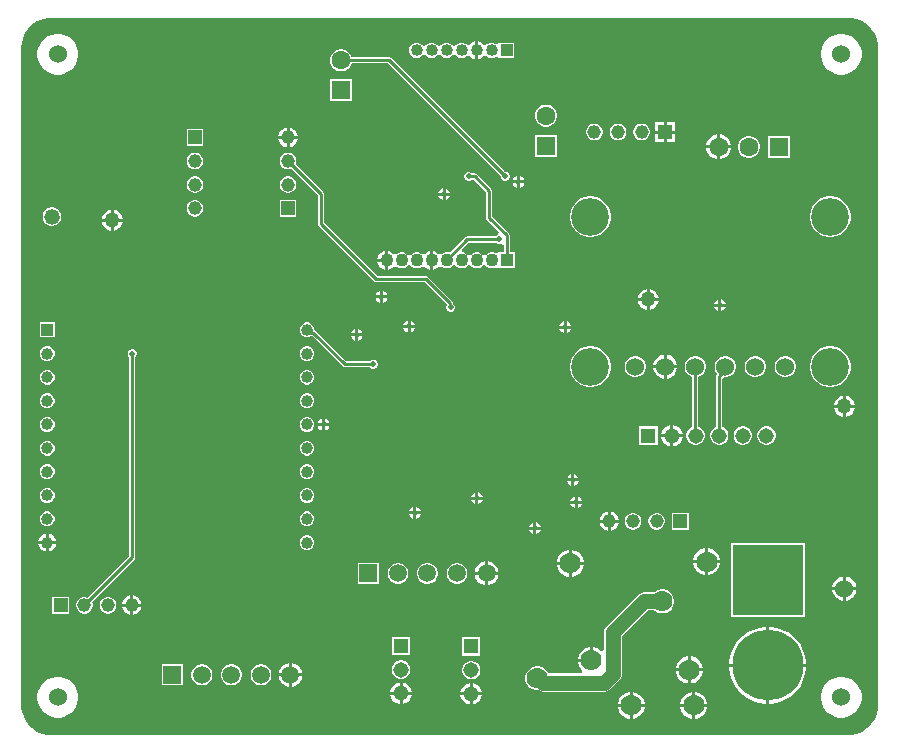
<source format=gbl>
G04*
G04 #@! TF.GenerationSoftware,Altium Limited,Altium Designer,25.8.1 (18)*
G04*
G04 Layer_Physical_Order=2*
G04 Layer_Color=16711680*
%FSLAX25Y25*%
%MOIN*%
G70*
G04*
G04 #@! TF.SameCoordinates,CEE5F6FD-B113-487D-9DF9-78F472C9FAAA*
G04*
G04*
G04 #@! TF.FilePolarity,Positive*
G04*
G01*
G75*
%ADD12C,0.01000*%
%ADD34R,0.04528X0.04528*%
%ADD67C,0.06000*%
%ADD76C,0.05000*%
%ADD79C,0.04528*%
%ADD80R,0.04528X0.04528*%
%ADD81R,0.06319X0.06319*%
%ADD82C,0.06319*%
%ADD83R,0.23622X0.23622*%
%ADD84C,0.06024*%
%ADD85R,0.05937X0.05937*%
%ADD86R,0.03976X0.03976*%
%ADD87R,0.05150X0.05150*%
%ADD88C,0.03976*%
%ADD89R,0.03969X0.03969*%
%ADD90C,0.05150*%
%ADD91C,0.23622*%
%ADD92C,0.04281*%
%ADD93C,0.05937*%
%ADD94C,0.03969*%
%ADD95R,0.05150X0.05150*%
%ADD96C,0.05200*%
%ADD97R,0.04281X0.04281*%
%ADD98R,0.06319X0.06319*%
%ADD99C,0.12598*%
%ADD100C,0.02000*%
%ADD101C,0.05000*%
%ADD102C,0.07000*%
G36*
X275590Y238740D02*
X276575D01*
X278507Y238356D01*
X280327Y237602D01*
X281965Y236508D01*
X283358Y235115D01*
X284452Y233477D01*
X285206Y231657D01*
X285591Y229725D01*
Y228740D01*
X285591D01*
X285591Y9606D01*
X285591D01*
X285591Y9213D01*
X285515Y8244D01*
X285206Y6689D01*
X284452Y4870D01*
X283358Y3232D01*
X281965Y1839D01*
X280327Y744D01*
X278507Y-9D01*
X276575Y-394D01*
X275590D01*
Y-394D01*
X10079Y-394D01*
X9094Y-394D01*
X7162Y-9D01*
X5342Y744D01*
X3704Y1839D01*
X2311Y3232D01*
X1217Y4870D01*
X463Y6689D01*
X79Y8621D01*
Y9606D01*
X79Y228740D01*
X79D01*
X79Y229134D01*
X154Y230103D01*
X463Y231657D01*
X1217Y233477D01*
X2311Y235115D01*
X3704Y236508D01*
X5342Y237602D01*
X7162Y238356D01*
X9094Y238740D01*
X10079D01*
Y238740D01*
X275590Y238740D01*
D02*
G37*
%LPC*%
G36*
X151311Y230834D02*
X150658Y230659D01*
X149976Y230265D01*
X149611Y229900D01*
X149400Y229712D01*
X148349Y229855D01*
X148221Y229983D01*
X147306Y230362D01*
X146316D01*
X145402Y229983D01*
X144915Y229496D01*
X144311Y229367D01*
X143708Y229496D01*
X143220Y229983D01*
X142306Y230362D01*
X141316D01*
X140402Y229983D01*
X139915Y229496D01*
X139311Y229367D01*
X138707Y229496D01*
X138221Y229983D01*
X137306Y230362D01*
X136316D01*
X135402Y229983D01*
X134915Y229496D01*
X134311Y229367D01*
X133707Y229496D01*
X133221Y229983D01*
X132306Y230362D01*
X131316D01*
X130402Y229983D01*
X129702Y229283D01*
X129323Y228369D01*
Y227379D01*
X129702Y226465D01*
X130402Y225765D01*
X131316Y225386D01*
X132306D01*
X133221Y225765D01*
X133707Y226252D01*
X134311Y226381D01*
X134915Y226252D01*
X135402Y225765D01*
X136316Y225386D01*
X137306D01*
X138221Y225765D01*
X138707Y226252D01*
X139311Y226381D01*
X139915Y226252D01*
X140402Y225765D01*
X141316Y225386D01*
X142306D01*
X143220Y225765D01*
X143708Y226252D01*
X144311Y226381D01*
X144915Y226252D01*
X145402Y225765D01*
X146316Y225386D01*
X147306D01*
X148221Y225765D01*
X148349Y225893D01*
X149400Y226037D01*
X149611Y225848D01*
X149976Y225483D01*
X150658Y225090D01*
X151311Y224914D01*
Y227874D01*
Y230834D01*
D02*
G37*
G36*
X152311Y230834D02*
Y227874D01*
Y224914D01*
X152964Y225090D01*
X153646Y225483D01*
X154011Y225848D01*
X154222Y226037D01*
X155273Y225893D01*
X155402Y225765D01*
X156316Y225386D01*
X157306D01*
X158221Y225765D01*
X158323Y225867D01*
X159323Y225453D01*
Y225386D01*
X164299D01*
Y230362D01*
X159323D01*
Y230295D01*
X158323Y229881D01*
X158221Y229983D01*
X157306Y230362D01*
X156316D01*
X155402Y229983D01*
X155273Y229855D01*
X154222Y229712D01*
X154011Y229900D01*
X153646Y230265D01*
X152964Y230659D01*
X152311Y230834D01*
D02*
G37*
G36*
X274056Y233335D02*
X272716D01*
X271403Y233073D01*
X270165Y232561D01*
X269052Y231817D01*
X268105Y230870D01*
X267360Y229756D01*
X266848Y228519D01*
X266587Y227205D01*
Y225866D01*
X266848Y224552D01*
X267360Y223315D01*
X268105Y222201D01*
X269052Y221254D01*
X270165Y220510D01*
X271403Y219998D01*
X272716Y219736D01*
X274056D01*
X275369Y219998D01*
X276606Y220510D01*
X277720Y221254D01*
X278667Y222201D01*
X279411Y223315D01*
X279924Y224552D01*
X280185Y225866D01*
Y227205D01*
X279924Y228519D01*
X279411Y229756D01*
X278667Y230870D01*
X277720Y231817D01*
X276606Y232561D01*
X275369Y233073D01*
X274056Y233335D01*
D02*
G37*
G36*
X12874D02*
X11535D01*
X10221Y233073D01*
X8984Y232561D01*
X7870Y231817D01*
X6923Y230870D01*
X6179Y229756D01*
X5667Y228519D01*
X5406Y227205D01*
Y225866D01*
X5667Y224552D01*
X6179Y223315D01*
X6923Y222201D01*
X7870Y221254D01*
X8984Y220510D01*
X10221Y219998D01*
X11535Y219736D01*
X12874D01*
X14188Y219998D01*
X15425Y220510D01*
X16539Y221254D01*
X17486Y222201D01*
X18230Y223315D01*
X18743Y224552D01*
X19004Y225866D01*
Y227205D01*
X18743Y228519D01*
X18230Y229756D01*
X17486Y230870D01*
X16539Y231817D01*
X15425Y232561D01*
X14188Y233073D01*
X12874Y233335D01*
D02*
G37*
G36*
X110259Y218160D02*
X102941D01*
Y210841D01*
X110259D01*
Y218160D01*
D02*
G37*
G36*
X175482Y209759D02*
X174518D01*
X173588Y209510D01*
X172753Y209028D01*
X172072Y208347D01*
X171590Y207512D01*
X171341Y206582D01*
Y205618D01*
X171590Y204688D01*
X172072Y203853D01*
X172753Y203172D01*
X173588Y202690D01*
X174518Y202441D01*
X175482D01*
X176412Y202690D01*
X177247Y203172D01*
X177928Y203853D01*
X178410Y204688D01*
X178659Y205618D01*
Y206582D01*
X178410Y207512D01*
X177928Y208347D01*
X177247Y209028D01*
X176412Y209510D01*
X175482Y209759D01*
D02*
G37*
G36*
X217938Y203864D02*
X215174D01*
Y201100D01*
X217938D01*
Y203864D01*
D02*
G37*
G36*
X214174D02*
X211410D01*
Y201100D01*
X214174D01*
Y203864D01*
D02*
G37*
G36*
X89476Y202064D02*
Y199319D01*
X92221D01*
X92018Y200079D01*
X91588Y200823D01*
X90980Y201431D01*
X90236Y201860D01*
X89476Y202064D01*
D02*
G37*
G36*
X88476D02*
X87717Y201860D01*
X86972Y201431D01*
X86365Y200823D01*
X85935Y200079D01*
X85731Y199319D01*
X88476D01*
Y202064D01*
D02*
G37*
G36*
X207164Y203364D02*
X206436D01*
X205733Y203175D01*
X205103Y202812D01*
X204588Y202297D01*
X204225Y201667D01*
X204036Y200964D01*
Y200236D01*
X204225Y199533D01*
X204588Y198903D01*
X205103Y198388D01*
X205733Y198025D01*
X206436Y197836D01*
X207164D01*
X207867Y198025D01*
X208497Y198388D01*
X209012Y198903D01*
X209375Y199533D01*
X209564Y200236D01*
Y200964D01*
X209375Y201667D01*
X209012Y202297D01*
X208497Y202812D01*
X207867Y203175D01*
X207164Y203364D01*
D02*
G37*
G36*
X199290D02*
X198562D01*
X197859Y203175D01*
X197229Y202812D01*
X196714Y202297D01*
X196351Y201667D01*
X196162Y200964D01*
Y200236D01*
X196351Y199533D01*
X196714Y198903D01*
X197229Y198388D01*
X197859Y198025D01*
X198562Y197836D01*
X199290D01*
X199993Y198025D01*
X200623Y198388D01*
X201138Y198903D01*
X201501Y199533D01*
X201690Y200236D01*
Y200964D01*
X201501Y201667D01*
X201138Y202297D01*
X200623Y202812D01*
X199993Y203175D01*
X199290Y203364D01*
D02*
G37*
G36*
X191416D02*
X190688D01*
X189985Y203175D01*
X189355Y202812D01*
X188840Y202297D01*
X188477Y201667D01*
X188288Y200964D01*
Y200236D01*
X188477Y199533D01*
X188840Y198903D01*
X189355Y198388D01*
X189985Y198025D01*
X190688Y197836D01*
X191416D01*
X192119Y198025D01*
X192749Y198388D01*
X193264Y198903D01*
X193627Y199533D01*
X193816Y200236D01*
Y200964D01*
X193627Y201667D01*
X193264Y202297D01*
X192749Y202812D01*
X192119Y203175D01*
X191416Y203364D01*
D02*
G37*
G36*
X217938Y200100D02*
X215174D01*
Y197336D01*
X217938D01*
Y200100D01*
D02*
G37*
G36*
X214174D02*
X211410D01*
Y197336D01*
X214174D01*
Y200100D01*
D02*
G37*
G36*
X233067Y199829D02*
X233020D01*
Y196169D01*
X236679D01*
Y196217D01*
X236396Y197275D01*
X235848Y198223D01*
X235074Y198998D01*
X234125Y199545D01*
X233067Y199829D01*
D02*
G37*
G36*
X232020D02*
X231972D01*
X230914Y199545D01*
X229966Y198998D01*
X229191Y198223D01*
X228644Y197275D01*
X228360Y196217D01*
Y196169D01*
X232020D01*
Y199829D01*
D02*
G37*
G36*
X60638Y201583D02*
X55110D01*
Y196055D01*
X60638D01*
Y201583D01*
D02*
G37*
G36*
X92221Y198319D02*
X89476D01*
Y195574D01*
X90236Y195777D01*
X90980Y196207D01*
X91588Y196815D01*
X92018Y197559D01*
X92221Y198319D01*
D02*
G37*
G36*
X88476D02*
X85731D01*
X85935Y197559D01*
X86365Y196815D01*
X86972Y196207D01*
X87717Y195777D01*
X88476Y195574D01*
Y198319D01*
D02*
G37*
G36*
X178659Y199759D02*
X171341D01*
Y192441D01*
X178659D01*
Y199759D01*
D02*
G37*
G36*
X256179Y199329D02*
X248860D01*
Y192010D01*
X256179D01*
Y199329D01*
D02*
G37*
G36*
X243002D02*
X242038D01*
X241107Y199079D01*
X240273Y198598D01*
X239591Y197916D01*
X239110Y197082D01*
X238860Y196151D01*
Y195187D01*
X239110Y194257D01*
X239591Y193422D01*
X240273Y192741D01*
X241107Y192259D01*
X242038Y192010D01*
X243002D01*
X243932Y192259D01*
X244767Y192741D01*
X245448Y193422D01*
X245930Y194257D01*
X246179Y195187D01*
Y196151D01*
X245930Y197082D01*
X245448Y197916D01*
X244767Y198598D01*
X243932Y199079D01*
X243002Y199329D01*
D02*
G37*
G36*
X236679Y195169D02*
X233020D01*
Y191510D01*
X233067D01*
X234125Y191793D01*
X235074Y192341D01*
X235848Y193115D01*
X236396Y194064D01*
X236679Y195122D01*
Y195169D01*
D02*
G37*
G36*
X232020D02*
X228360D01*
Y195122D01*
X228644Y194064D01*
X229191Y193115D01*
X229966Y192341D01*
X230914Y191793D01*
X231972Y191510D01*
X232020D01*
Y195169D01*
D02*
G37*
G36*
X58238Y193709D02*
X57510D01*
X56807Y193520D01*
X56177Y193157D01*
X55662Y192642D01*
X55299Y192012D01*
X55110Y191309D01*
Y190581D01*
X55299Y189878D01*
X55662Y189248D01*
X56177Y188733D01*
X56807Y188370D01*
X57510Y188181D01*
X58238D01*
X58941Y188370D01*
X59571Y188733D01*
X60086Y189248D01*
X60449Y189878D01*
X60638Y190581D01*
Y191309D01*
X60449Y192012D01*
X60086Y192642D01*
X59571Y193157D01*
X58941Y193520D01*
X58238Y193709D01*
D02*
G37*
G36*
X166272Y186013D02*
Y184555D01*
X167729D01*
X167467Y185188D01*
X166905Y185751D01*
X166272Y186013D01*
D02*
G37*
G36*
X165272D02*
X164639Y185751D01*
X164076Y185188D01*
X163814Y184555D01*
X165272D01*
Y186013D01*
D02*
G37*
G36*
X107082Y228159D02*
X106118D01*
X105187Y227910D01*
X104353Y227428D01*
X103672Y226747D01*
X103190Y225912D01*
X102941Y224982D01*
Y224018D01*
X103190Y223088D01*
X103672Y222253D01*
X104353Y221572D01*
X105187Y221090D01*
X106118Y220841D01*
X107082D01*
X108012Y221090D01*
X108847Y221572D01*
X109528Y222253D01*
X110010Y223088D01*
X110115Y223480D01*
X122317D01*
X159813Y185985D01*
Y185628D01*
X160041Y185077D01*
X160463Y184655D01*
X161014Y184427D01*
X161611D01*
X162162Y184655D01*
X162584Y185077D01*
X162813Y185628D01*
Y186225D01*
X162584Y186776D01*
X162162Y187198D01*
X161611Y187427D01*
X161255D01*
X123460Y225221D01*
X123129Y225442D01*
X122739Y225520D01*
X110115D01*
X110010Y225912D01*
X109528Y226747D01*
X108847Y227428D01*
X108012Y227910D01*
X107082Y228159D01*
D02*
G37*
G36*
X167729Y183555D02*
X166272D01*
Y182097D01*
X166905Y182360D01*
X167467Y182922D01*
X167729Y183555D01*
D02*
G37*
G36*
X165272D02*
X163814D01*
X164076Y182922D01*
X164639Y182360D01*
X165272Y182097D01*
Y183555D01*
D02*
G37*
G36*
X141445Y181879D02*
Y180421D01*
X142903D01*
X142640Y181054D01*
X142078Y181617D01*
X141445Y181879D01*
D02*
G37*
G36*
X140445D02*
X139812Y181617D01*
X139249Y181054D01*
X138987Y180421D01*
X140445D01*
Y181879D01*
D02*
G37*
G36*
X89340Y185835D02*
X88613D01*
X87910Y185646D01*
X87279Y185282D01*
X86765Y184768D01*
X86401Y184138D01*
X86213Y183435D01*
Y182707D01*
X86401Y182004D01*
X86765Y181374D01*
X87279Y180859D01*
X87910Y180495D01*
X88613Y180307D01*
X89340D01*
X90043Y180495D01*
X90673Y180859D01*
X91188Y181374D01*
X91552Y182004D01*
X91740Y182707D01*
Y183435D01*
X91552Y184138D01*
X91188Y184768D01*
X90673Y185282D01*
X90043Y185646D01*
X89340Y185835D01*
D02*
G37*
G36*
X58238Y185835D02*
X57510D01*
X56807Y185646D01*
X56177Y185282D01*
X55662Y184768D01*
X55299Y184138D01*
X55110Y183435D01*
Y182707D01*
X55299Y182004D01*
X55662Y181374D01*
X56177Y180859D01*
X56807Y180495D01*
X57510Y180307D01*
X58238D01*
X58941Y180495D01*
X59571Y180859D01*
X60086Y181374D01*
X60449Y182004D01*
X60638Y182707D01*
Y183435D01*
X60449Y184138D01*
X60086Y184768D01*
X59571Y185282D01*
X58941Y185646D01*
X58238Y185835D01*
D02*
G37*
G36*
X142903Y179421D02*
X141445D01*
Y177964D01*
X142078Y178226D01*
X142640Y178788D01*
X142903Y179421D01*
D02*
G37*
G36*
X140445D02*
X138987D01*
X139249Y178788D01*
X139812Y178226D01*
X140445Y177964D01*
Y179421D01*
D02*
G37*
G36*
X91740Y177961D02*
X86213D01*
Y172433D01*
X91740D01*
Y177961D01*
D02*
G37*
G36*
X58238Y177961D02*
X57510D01*
X56807Y177772D01*
X56177Y177408D01*
X55662Y176894D01*
X55299Y176264D01*
X55110Y175561D01*
Y174833D01*
X55299Y174130D01*
X55662Y173500D01*
X56177Y172985D01*
X56807Y172621D01*
X57510Y172433D01*
X58238D01*
X58941Y172621D01*
X59571Y172985D01*
X60086Y173500D01*
X60449Y174130D01*
X60638Y174833D01*
Y175561D01*
X60449Y176264D01*
X60086Y176894D01*
X59571Y177408D01*
X58941Y177772D01*
X58238Y177961D01*
D02*
G37*
G36*
X30815Y174749D02*
Y171760D01*
X33805D01*
X33576Y172611D01*
X33116Y173409D01*
X32464Y174060D01*
X31666Y174521D01*
X30815Y174749D01*
D02*
G37*
G36*
X29815D02*
X28964Y174521D01*
X28166Y174060D01*
X27514Y173409D01*
X27053Y172611D01*
X26825Y171760D01*
X29815D01*
Y174749D01*
D02*
G37*
G36*
X10644Y175541D02*
X9828D01*
X9040Y175330D01*
X8333Y174922D01*
X7756Y174344D01*
X7348Y173637D01*
X7136Y172849D01*
Y172033D01*
X7348Y171244D01*
X7756Y170537D01*
X8333Y169960D01*
X9040Y169552D01*
X9828Y169341D01*
X10644D01*
X11433Y169552D01*
X12140Y169960D01*
X12717Y170537D01*
X13125Y171244D01*
X13336Y172033D01*
Y172849D01*
X13125Y173637D01*
X12717Y174344D01*
X12140Y174922D01*
X11433Y175330D01*
X10644Y175541D01*
D02*
G37*
G36*
X33805Y170760D02*
X30815D01*
Y167770D01*
X31666Y167998D01*
X32464Y168459D01*
X33116Y169111D01*
X33576Y169909D01*
X33805Y170760D01*
D02*
G37*
G36*
X29815D02*
X26825D01*
X27053Y169909D01*
X27514Y169111D01*
X28166Y168459D01*
X28964Y167998D01*
X29815Y167770D01*
Y170760D01*
D02*
G37*
G36*
X270355Y179240D02*
X269015D01*
X267702Y178979D01*
X266464Y178466D01*
X265351Y177722D01*
X264404Y176775D01*
X263660Y175662D01*
X263147Y174424D01*
X262886Y173111D01*
Y171771D01*
X263147Y170458D01*
X263660Y169220D01*
X264404Y168107D01*
X265351Y167160D01*
X266464Y166416D01*
X267702Y165903D01*
X269015Y165642D01*
X270355D01*
X271668Y165903D01*
X272906Y166416D01*
X274019Y167160D01*
X274966Y168107D01*
X275710Y169220D01*
X276223Y170458D01*
X276484Y171771D01*
Y173111D01*
X276223Y174424D01*
X275710Y175662D01*
X274966Y176775D01*
X274019Y177722D01*
X272906Y178466D01*
X271668Y178979D01*
X270355Y179240D01*
D02*
G37*
G36*
X190433D02*
X189094D01*
X187781Y178979D01*
X186543Y178466D01*
X185430Y177722D01*
X184483Y176775D01*
X183739Y175662D01*
X183226Y174424D01*
X182965Y173111D01*
Y171771D01*
X183226Y170458D01*
X183739Y169220D01*
X184483Y168107D01*
X185430Y167160D01*
X186543Y166416D01*
X187781Y165903D01*
X189094Y165642D01*
X190433D01*
X191747Y165903D01*
X192984Y166416D01*
X194098Y167160D01*
X195045Y168107D01*
X195789Y169220D01*
X196301Y170458D01*
X196563Y171771D01*
Y173111D01*
X196301Y174424D01*
X195789Y175662D01*
X195045Y176775D01*
X194098Y177722D01*
X192984Y178466D01*
X191747Y178979D01*
X190433Y179240D01*
D02*
G37*
G36*
X149511Y187327D02*
X148914D01*
X148363Y187098D01*
X147941Y186676D01*
X147713Y186125D01*
Y185528D01*
X147941Y184977D01*
X148363Y184555D01*
X148914Y184327D01*
X149511D01*
X150062Y184555D01*
X150314Y184807D01*
X150759D01*
X155024Y180542D01*
Y171909D01*
X155101Y171519D01*
X155322Y171188D01*
X159211Y167300D01*
X158902Y166300D01*
X158350Y166072D01*
X158098Y165820D01*
X148737D01*
X148347Y165742D01*
X148016Y165521D01*
X142830Y160335D01*
X142159Y160515D01*
X141463D01*
X140792Y160335D01*
X140327Y160066D01*
X139351Y159809D01*
X139001Y160125D01*
X138739Y160387D01*
X138023Y160801D01*
X137311Y160991D01*
Y157874D01*
Y154757D01*
X138023Y154947D01*
X138739Y155361D01*
X139001Y155623D01*
X139351Y155939D01*
X140327Y155682D01*
X140792Y155413D01*
X141463Y155234D01*
X142159D01*
X142830Y155413D01*
X143432Y155761D01*
X143683Y156011D01*
X144311Y156161D01*
X144939Y156011D01*
X145190Y155761D01*
X145792Y155413D01*
X146463Y155234D01*
X147159D01*
X147830Y155413D01*
X148432Y155761D01*
X148683Y156011D01*
X149311Y156161D01*
X149939Y156011D01*
X150190Y155761D01*
X150792Y155413D01*
X151463Y155234D01*
X152159D01*
X152830Y155413D01*
X153432Y155761D01*
X153683Y156011D01*
X154311Y156161D01*
X154939Y156011D01*
X155190Y155761D01*
X155792Y155413D01*
X156463Y155234D01*
X157159D01*
X157830Y155413D01*
X158170Y155610D01*
X159170Y155234D01*
Y155234D01*
X164452D01*
Y160515D01*
X162831D01*
Y166142D01*
X162753Y166532D01*
X162532Y166863D01*
X157063Y172332D01*
Y180965D01*
X156985Y181355D01*
X156764Y181685D01*
X151902Y186548D01*
X151571Y186769D01*
X151181Y186846D01*
X150314D01*
X150062Y187098D01*
X149511Y187327D01*
D02*
G37*
G36*
X121311Y160991D02*
X120599Y160801D01*
X119883Y160387D01*
X119298Y159802D01*
X118885Y159086D01*
X118694Y158374D01*
X121311D01*
Y160991D01*
D02*
G37*
G36*
X122311Y160991D02*
Y157874D01*
Y154757D01*
X123023Y154947D01*
X123739Y155361D01*
X124001Y155623D01*
X124351Y155939D01*
X125327Y155682D01*
X125792Y155413D01*
X126463Y155234D01*
X127159D01*
X127830Y155413D01*
X128432Y155761D01*
X128683Y156011D01*
X129311Y156161D01*
X129939Y156011D01*
X130190Y155761D01*
X130792Y155413D01*
X131463Y155234D01*
X132159D01*
X132830Y155413D01*
X133296Y155682D01*
X134271Y155939D01*
X134621Y155623D01*
X134883Y155361D01*
X135599Y154947D01*
X136311Y154757D01*
Y157874D01*
Y160991D01*
X135599Y160801D01*
X134883Y160387D01*
X134621Y160125D01*
X134271Y159809D01*
X133296Y160066D01*
X132830Y160335D01*
X132159Y160515D01*
X131463D01*
X130792Y160335D01*
X130190Y159987D01*
X129939Y159737D01*
X129311Y159587D01*
X128683Y159737D01*
X128432Y159987D01*
X127830Y160335D01*
X127159Y160515D01*
X126463D01*
X125792Y160335D01*
X125327Y160066D01*
X124351Y159809D01*
X124001Y160125D01*
X123739Y160387D01*
X123023Y160801D01*
X122311Y160991D01*
D02*
G37*
G36*
X121311Y157374D02*
X118694D01*
X118885Y156662D01*
X119298Y155946D01*
X119883Y155361D01*
X120599Y154947D01*
X121311Y154757D01*
Y157374D01*
D02*
G37*
G36*
X120579Y147627D02*
Y146169D01*
X122036D01*
X121774Y146802D01*
X121212Y147365D01*
X120579Y147627D01*
D02*
G37*
G36*
X119579D02*
X118946Y147365D01*
X118383Y146802D01*
X118121Y146169D01*
X119579D01*
Y147627D01*
D02*
G37*
G36*
X209469Y148352D02*
Y145362D01*
X212458D01*
X212230Y146213D01*
X211769Y147011D01*
X211118Y147663D01*
X210319Y148124D01*
X209469Y148352D01*
D02*
G37*
G36*
X208469D02*
X207618Y148124D01*
X206820Y147663D01*
X206168Y147011D01*
X205707Y146213D01*
X205479Y145362D01*
X208469D01*
Y148352D01*
D02*
G37*
G36*
X122036Y145169D02*
X120579D01*
Y143712D01*
X121212Y143974D01*
X121774Y144536D01*
X122036Y145169D01*
D02*
G37*
G36*
X119579D02*
X118121D01*
X118383Y144536D01*
X118946Y143974D01*
X119579Y143712D01*
Y145169D01*
D02*
G37*
G36*
X233425Y144871D02*
Y143413D01*
X234883D01*
X234621Y144046D01*
X234058Y144609D01*
X233425Y144871D01*
D02*
G37*
G36*
X232425D02*
X231792Y144609D01*
X231230Y144046D01*
X230967Y143413D01*
X232425D01*
Y144871D01*
D02*
G37*
G36*
X212458Y144362D02*
X209469D01*
Y141373D01*
X210319Y141601D01*
X211118Y142061D01*
X211769Y142713D01*
X212230Y143511D01*
X212458Y144362D01*
D02*
G37*
G36*
X208469D02*
X205479D01*
X205707Y143511D01*
X206168Y142713D01*
X206820Y142061D01*
X207618Y141601D01*
X208469Y141373D01*
Y144362D01*
D02*
G37*
G36*
X234883Y142413D02*
X233425D01*
Y140956D01*
X234058Y141218D01*
X234621Y141780D01*
X234883Y142413D01*
D02*
G37*
G36*
X232425D02*
X230967D01*
X231230Y141780D01*
X231792Y141218D01*
X232425Y140956D01*
Y142413D01*
D02*
G37*
G36*
X89340Y193709D02*
X88613D01*
X87910Y193520D01*
X87279Y193157D01*
X86765Y192642D01*
X86401Y192012D01*
X86213Y191309D01*
Y190581D01*
X86401Y189878D01*
X86765Y189248D01*
X87279Y188733D01*
X87910Y188370D01*
X88613Y188181D01*
X89340D01*
X90043Y188370D01*
X90086Y188394D01*
X98880Y179599D01*
Y170100D01*
X98958Y169710D01*
X99179Y169379D01*
X117704Y150854D01*
X118035Y150633D01*
X118425Y150555D01*
X134617D01*
X142028Y143145D01*
Y143133D01*
X141870Y142976D01*
X141642Y142424D01*
Y141828D01*
X141870Y141276D01*
X142292Y140854D01*
X142843Y140626D01*
X143440D01*
X143992Y140854D01*
X144413Y141276D01*
X144642Y141828D01*
Y142424D01*
X144413Y142976D01*
X144067Y143322D01*
Y143567D01*
X143989Y143957D01*
X143768Y144288D01*
X135760Y152296D01*
X135430Y152517D01*
X135039Y152594D01*
X118848D01*
X100920Y170522D01*
Y180021D01*
X100842Y180411D01*
X100621Y180742D01*
X91527Y189836D01*
X91552Y189878D01*
X91740Y190581D01*
Y191309D01*
X91552Y192012D01*
X91188Y192642D01*
X90673Y193157D01*
X90043Y193520D01*
X89340Y193709D01*
D02*
G37*
G36*
X129800Y137758D02*
Y136300D01*
X131258D01*
X130996Y136933D01*
X130433Y137496D01*
X129800Y137758D01*
D02*
G37*
G36*
X128800D02*
X128167Y137496D01*
X127604Y136933D01*
X127342Y136300D01*
X128800D01*
Y137758D01*
D02*
G37*
G36*
X181895Y137492D02*
Y136034D01*
X183352D01*
X183090Y136667D01*
X182528Y137230D01*
X181895Y137492D01*
D02*
G37*
G36*
X180895D02*
X180262Y137230D01*
X179699Y136667D01*
X179437Y136034D01*
X180895D01*
Y137492D01*
D02*
G37*
G36*
X131258Y135300D02*
X129800D01*
Y133842D01*
X130433Y134105D01*
X130996Y134667D01*
X131258Y135300D01*
D02*
G37*
G36*
X128800D02*
X127342D01*
X127604Y134667D01*
X128167Y134105D01*
X128800Y133842D01*
Y135300D01*
D02*
G37*
G36*
X183352Y135034D02*
X181895D01*
Y133577D01*
X182528Y133839D01*
X183090Y134401D01*
X183352Y135034D01*
D02*
G37*
G36*
X180895D02*
X179437D01*
X179699Y134401D01*
X180262Y133839D01*
X180895Y133577D01*
Y135034D01*
D02*
G37*
G36*
X112311Y135029D02*
Y133571D01*
X113769D01*
X113506Y134204D01*
X112944Y134766D01*
X112311Y135029D01*
D02*
G37*
G36*
X111311D02*
X110678Y134766D01*
X110116Y134204D01*
X109853Y133571D01*
X111311D01*
Y135029D01*
D02*
G37*
G36*
X11146Y137130D02*
X6177D01*
Y132161D01*
X11146D01*
Y137130D01*
D02*
G37*
G36*
X113769Y132571D02*
X112311D01*
Y131113D01*
X112944Y131375D01*
X113506Y131938D01*
X113769Y132571D01*
D02*
G37*
G36*
X111311D02*
X109853D01*
X110116Y131938D01*
X110678Y131375D01*
X111311Y131113D01*
Y132571D01*
D02*
G37*
G36*
X95770Y129256D02*
X94781D01*
X93868Y128878D01*
X93169Y128179D01*
X92791Y127266D01*
Y126277D01*
X93169Y125364D01*
X93868Y124666D01*
X94781Y124287D01*
X95770D01*
X96683Y124666D01*
X97382Y125364D01*
X97760Y126277D01*
Y127266D01*
X97382Y128179D01*
X96683Y128878D01*
X95770Y129256D01*
D02*
G37*
G36*
X9156D02*
X8167D01*
X7254Y128878D01*
X6555Y128179D01*
X6177Y127266D01*
Y126277D01*
X6555Y125364D01*
X7254Y124666D01*
X8167Y124287D01*
X9156D01*
X10069Y124666D01*
X10768Y125364D01*
X11146Y126277D01*
Y127266D01*
X10768Y128179D01*
X10069Y128878D01*
X9156Y129256D01*
D02*
G37*
G36*
X215213Y126453D02*
X215185D01*
Y122941D01*
X218697D01*
Y122969D01*
X218424Y123989D01*
X217895Y124904D01*
X217148Y125651D01*
X216234Y126179D01*
X215213Y126453D01*
D02*
G37*
G36*
X214185D02*
X214157D01*
X213137Y126179D01*
X212222Y125651D01*
X211475Y124904D01*
X210947Y123989D01*
X210673Y122969D01*
Y122941D01*
X214185D01*
Y126453D01*
D02*
G37*
G36*
X95770Y137130D02*
X94781D01*
X93868Y136752D01*
X93169Y136053D01*
X92791Y135140D01*
Y134151D01*
X93169Y133238D01*
X93868Y132540D01*
X94781Y132161D01*
X95770D01*
X96683Y132540D01*
X96902Y132759D01*
X107153Y122507D01*
X107484Y122286D01*
X107874Y122209D01*
X116221D01*
X116473Y121957D01*
X117025Y121728D01*
X117621D01*
X118173Y121957D01*
X118595Y122379D01*
X118823Y122930D01*
Y123527D01*
X118595Y124078D01*
X118173Y124500D01*
X117621Y124728D01*
X117025D01*
X116473Y124500D01*
X116221Y124248D01*
X108296D01*
X98051Y134494D01*
X97760Y134688D01*
Y135140D01*
X97382Y136053D01*
X96683Y136752D01*
X95770Y137130D01*
D02*
G37*
G36*
X255147Y125953D02*
X254223D01*
X253330Y125713D01*
X252529Y125251D01*
X251875Y124597D01*
X251413Y123796D01*
X251173Y122903D01*
Y121979D01*
X251413Y121086D01*
X251875Y120285D01*
X252529Y119631D01*
X253330Y119168D01*
X254223Y118929D01*
X255147D01*
X256041Y119168D01*
X256841Y119631D01*
X257495Y120285D01*
X257958Y121086D01*
X258197Y121979D01*
Y122903D01*
X257958Y123796D01*
X257495Y124597D01*
X256841Y125251D01*
X256041Y125713D01*
X255147Y125953D01*
D02*
G37*
G36*
X245147D02*
X244223D01*
X243330Y125713D01*
X242529Y125251D01*
X241875Y124597D01*
X241413Y123796D01*
X241173Y122903D01*
Y121979D01*
X241413Y121086D01*
X241875Y120285D01*
X242529Y119631D01*
X243330Y119168D01*
X244223Y118929D01*
X245147D01*
X246041Y119168D01*
X246841Y119631D01*
X247495Y120285D01*
X247957Y121086D01*
X248197Y121979D01*
Y122903D01*
X247957Y123796D01*
X247495Y124597D01*
X246841Y125251D01*
X246041Y125713D01*
X245147Y125953D01*
D02*
G37*
G36*
X205147D02*
X204223D01*
X203329Y125713D01*
X202529Y125251D01*
X201875Y124597D01*
X201413Y123796D01*
X201173Y122903D01*
Y121979D01*
X201413Y121086D01*
X201875Y120285D01*
X202529Y119631D01*
X203329Y119168D01*
X204223Y118929D01*
X205147D01*
X206041Y119168D01*
X206841Y119631D01*
X207495Y120285D01*
X207958Y121086D01*
X208197Y121979D01*
Y122903D01*
X207958Y123796D01*
X207495Y124597D01*
X206841Y125251D01*
X206041Y125713D01*
X205147Y125953D01*
D02*
G37*
G36*
X218697Y121941D02*
X215185D01*
Y118429D01*
X215213D01*
X216234Y118703D01*
X217148Y119231D01*
X217895Y119978D01*
X218424Y120893D01*
X218697Y121913D01*
Y121941D01*
D02*
G37*
G36*
X214185D02*
X210673D01*
Y121913D01*
X210947Y120893D01*
X211475Y119978D01*
X212222Y119231D01*
X213137Y118703D01*
X214157Y118429D01*
X214185D01*
Y121941D01*
D02*
G37*
G36*
X95770Y121382D02*
X94781D01*
X93868Y121004D01*
X93169Y120305D01*
X92791Y119392D01*
Y118403D01*
X93169Y117490D01*
X93868Y116792D01*
X94781Y116413D01*
X95770D01*
X96683Y116792D01*
X97382Y117490D01*
X97760Y118403D01*
Y119392D01*
X97382Y120305D01*
X96683Y121004D01*
X95770Y121382D01*
D02*
G37*
G36*
X9156D02*
X8167D01*
X7254Y121004D01*
X6555Y120305D01*
X6177Y119392D01*
Y118403D01*
X6555Y117490D01*
X7254Y116792D01*
X8167Y116413D01*
X9156D01*
X10069Y116792D01*
X10768Y117490D01*
X11146Y118403D01*
Y119392D01*
X10768Y120305D01*
X10069Y121004D01*
X9156Y121382D01*
D02*
G37*
G36*
X270355Y129240D02*
X269015D01*
X267702Y128979D01*
X266464Y128466D01*
X265351Y127722D01*
X264404Y126775D01*
X263660Y125662D01*
X263147Y124424D01*
X262886Y123111D01*
Y121771D01*
X263147Y120458D01*
X263660Y119220D01*
X264404Y118107D01*
X265351Y117160D01*
X266464Y116416D01*
X267702Y115903D01*
X269015Y115642D01*
X270355D01*
X271668Y115903D01*
X272906Y116416D01*
X274019Y117160D01*
X274966Y118107D01*
X275710Y119220D01*
X276223Y120458D01*
X276484Y121771D01*
Y123111D01*
X276223Y124424D01*
X275710Y125662D01*
X274966Y126775D01*
X274019Y127722D01*
X272906Y128466D01*
X271668Y128979D01*
X270355Y129240D01*
D02*
G37*
G36*
X190433D02*
X189094D01*
X187781Y128979D01*
X186543Y128466D01*
X185430Y127722D01*
X184483Y126775D01*
X183739Y125662D01*
X183226Y124424D01*
X182965Y123111D01*
Y121771D01*
X183226Y120458D01*
X183739Y119220D01*
X184483Y118107D01*
X185430Y117160D01*
X186543Y116416D01*
X187781Y115903D01*
X189094Y115642D01*
X190433D01*
X191747Y115903D01*
X192984Y116416D01*
X194098Y117160D01*
X195045Y118107D01*
X195789Y119220D01*
X196301Y120458D01*
X196563Y121771D01*
Y123111D01*
X196301Y124424D01*
X195789Y125662D01*
X195045Y126775D01*
X194098Y127722D01*
X192984Y128466D01*
X191747Y128979D01*
X190433Y129240D01*
D02*
G37*
G36*
X274886Y112741D02*
Y109752D01*
X277875D01*
X277647Y110603D01*
X277186Y111401D01*
X276535Y112053D01*
X275737Y112513D01*
X274886Y112741D01*
D02*
G37*
G36*
X273886D02*
X273035Y112513D01*
X272237Y112053D01*
X271585Y111401D01*
X271124Y110603D01*
X270896Y109752D01*
X273886D01*
Y112741D01*
D02*
G37*
G36*
X95770Y113508D02*
X94781D01*
X93868Y113130D01*
X93169Y112431D01*
X92791Y111518D01*
Y110529D01*
X93169Y109616D01*
X93868Y108918D01*
X94781Y108539D01*
X95770D01*
X96683Y108918D01*
X97382Y109616D01*
X97760Y110529D01*
Y111518D01*
X97382Y112431D01*
X96683Y113130D01*
X95770Y113508D01*
D02*
G37*
G36*
X9156D02*
X8167D01*
X7254Y113130D01*
X6555Y112431D01*
X6177Y111518D01*
Y110529D01*
X6555Y109616D01*
X7254Y108918D01*
X8167Y108539D01*
X9156D01*
X10069Y108918D01*
X10768Y109616D01*
X11146Y110529D01*
Y111518D01*
X10768Y112431D01*
X10069Y113130D01*
X9156Y113508D01*
D02*
G37*
G36*
X277875Y108752D02*
X274886D01*
Y105763D01*
X275737Y105991D01*
X276535Y106451D01*
X277186Y107103D01*
X277647Y107901D01*
X277875Y108752D01*
D02*
G37*
G36*
X273886D02*
X270896D01*
X271124Y107901D01*
X271585Y107103D01*
X272237Y106451D01*
X273035Y105991D01*
X273886Y105763D01*
Y108752D01*
D02*
G37*
G36*
X101287Y105107D02*
Y103650D01*
X102745D01*
X102483Y104282D01*
X101920Y104845D01*
X101287Y105107D01*
D02*
G37*
G36*
X100287D02*
X99655Y104845D01*
X99092Y104282D01*
X98830Y103650D01*
X100287D01*
Y105107D01*
D02*
G37*
G36*
X102745Y102650D02*
X101287D01*
Y101192D01*
X101920Y101454D01*
X102483Y102017D01*
X102745Y102650D01*
D02*
G37*
G36*
X100287D02*
X98830D01*
X99092Y102017D01*
X99655Y101454D01*
X100287Y101192D01*
Y102650D01*
D02*
G37*
G36*
X95770Y105634D02*
X94781D01*
X93868Y105256D01*
X93169Y104557D01*
X92791Y103644D01*
Y102655D01*
X93169Y101742D01*
X93868Y101044D01*
X94781Y100665D01*
X95770D01*
X96683Y101044D01*
X97382Y101742D01*
X97760Y102655D01*
Y103644D01*
X97382Y104557D01*
X96683Y105256D01*
X95770Y105634D01*
D02*
G37*
G36*
X9156D02*
X8167D01*
X7254Y105256D01*
X6555Y104557D01*
X6177Y103644D01*
Y102655D01*
X6555Y101742D01*
X7254Y101044D01*
X8167Y100665D01*
X9156D01*
X10069Y101044D01*
X10768Y101742D01*
X11146Y102655D01*
Y103644D01*
X10768Y104557D01*
X10069Y105256D01*
X9156Y105634D01*
D02*
G37*
G36*
X217429Y102976D02*
Y99910D01*
X220496D01*
X220260Y100789D01*
X219790Y101604D01*
X219124Y102270D01*
X218309Y102741D01*
X217429Y102976D01*
D02*
G37*
G36*
X216429D02*
X215549Y102741D01*
X214734Y102270D01*
X214069Y101604D01*
X213598Y100789D01*
X213362Y99910D01*
X216429D01*
Y102976D01*
D02*
G37*
G36*
X248830Y102484D02*
X248020D01*
X247238Y102275D01*
X246537Y101870D01*
X245965Y101297D01*
X245560Y100596D01*
X245350Y99814D01*
Y99005D01*
X245560Y98223D01*
X245965Y97522D01*
X246537Y96949D01*
X247238Y96544D01*
X248020Y96335D01*
X248830D01*
X249612Y96544D01*
X250313Y96949D01*
X250886Y97522D01*
X251290Y98223D01*
X251500Y99005D01*
Y99814D01*
X251290Y100596D01*
X250886Y101297D01*
X250313Y101870D01*
X249612Y102275D01*
X248830Y102484D01*
D02*
G37*
G36*
X240956D02*
X240146D01*
X239364Y102275D01*
X238663Y101870D01*
X238091Y101297D01*
X237686Y100596D01*
X237476Y99814D01*
Y99005D01*
X237686Y98223D01*
X238091Y97522D01*
X238663Y96949D01*
X239364Y96544D01*
X240146Y96335D01*
X240956D01*
X241738Y96544D01*
X242439Y96949D01*
X243012Y97522D01*
X243416Y98223D01*
X243626Y99005D01*
Y99814D01*
X243416Y100596D01*
X243012Y101297D01*
X242439Y101870D01*
X241738Y102275D01*
X240956Y102484D01*
D02*
G37*
G36*
X235147Y125953D02*
X234223D01*
X233330Y125713D01*
X232529Y125251D01*
X231875Y124597D01*
X231413Y123796D01*
X231173Y122903D01*
Y121979D01*
X231413Y121086D01*
X231875Y120285D01*
X232026Y120134D01*
X231956Y120064D01*
X231735Y119734D01*
X231658Y119343D01*
Y102320D01*
X231490Y102275D01*
X230789Y101870D01*
X230217Y101297D01*
X229812Y100596D01*
X229602Y99814D01*
Y99005D01*
X229812Y98223D01*
X230217Y97522D01*
X230789Y96949D01*
X231490Y96544D01*
X232272Y96335D01*
X233082D01*
X233864Y96544D01*
X234565Y96949D01*
X235138Y97522D01*
X235542Y98223D01*
X235752Y99005D01*
Y99814D01*
X235542Y100596D01*
X235138Y101297D01*
X234565Y101870D01*
X233864Y102275D01*
X233697Y102320D01*
Y118035D01*
X234223Y118929D01*
X235147D01*
X236041Y119168D01*
X236841Y119631D01*
X237495Y120285D01*
X237958Y121086D01*
X238197Y121979D01*
Y122903D01*
X237958Y123796D01*
X237495Y124597D01*
X236841Y125251D01*
X236041Y125713D01*
X235147Y125953D01*
D02*
G37*
G36*
X225147D02*
X224223D01*
X223330Y125713D01*
X222529Y125251D01*
X221875Y124597D01*
X221413Y123796D01*
X221173Y122903D01*
Y121979D01*
X221413Y121086D01*
X221875Y120285D01*
X222529Y119631D01*
X223330Y119168D01*
X223725Y119063D01*
Y102304D01*
X223616Y102275D01*
X222915Y101870D01*
X222343Y101297D01*
X221938Y100596D01*
X221728Y99814D01*
Y99005D01*
X221938Y98223D01*
X222343Y97522D01*
X222915Y96949D01*
X223616Y96544D01*
X224398Y96335D01*
X225208D01*
X225990Y96544D01*
X226691Y96949D01*
X227264Y97522D01*
X227668Y98223D01*
X227878Y99005D01*
Y99814D01*
X227668Y100596D01*
X227264Y101297D01*
X226691Y101870D01*
X225990Y102275D01*
X225764Y102335D01*
Y119094D01*
X226041Y119168D01*
X226841Y119631D01*
X227495Y120285D01*
X227958Y121086D01*
X228197Y121979D01*
Y122903D01*
X227958Y123796D01*
X227495Y124597D01*
X226841Y125251D01*
X226041Y125713D01*
X225147Y125953D01*
D02*
G37*
G36*
X212130Y102484D02*
X205980D01*
Y96335D01*
X212130D01*
Y102484D01*
D02*
G37*
G36*
X220496Y98909D02*
X217429D01*
Y95842D01*
X218309Y96078D01*
X219124Y96549D01*
X219790Y97215D01*
X220260Y98030D01*
X220496Y98909D01*
D02*
G37*
G36*
X216429D02*
X213362D01*
X213598Y98030D01*
X214069Y97215D01*
X214734Y96549D01*
X215549Y96078D01*
X216429Y95842D01*
Y98909D01*
D02*
G37*
G36*
X95770Y97760D02*
X94781D01*
X93868Y97382D01*
X93169Y96683D01*
X92791Y95770D01*
Y94781D01*
X93169Y93868D01*
X93868Y93170D01*
X94781Y92791D01*
X95770D01*
X96683Y93170D01*
X97382Y93868D01*
X97760Y94781D01*
Y95770D01*
X97382Y96683D01*
X96683Y97382D01*
X95770Y97760D01*
D02*
G37*
G36*
X9156D02*
X8167D01*
X7254Y97382D01*
X6555Y96683D01*
X6177Y95770D01*
Y94781D01*
X6555Y93868D01*
X7254Y93170D01*
X8167Y92791D01*
X9156D01*
X10069Y93170D01*
X10768Y93868D01*
X11146Y94781D01*
Y95770D01*
X10768Y96683D01*
X10069Y97382D01*
X9156Y97760D01*
D02*
G37*
G36*
X184358Y86603D02*
Y85146D01*
X185816D01*
X185554Y85779D01*
X184991Y86341D01*
X184358Y86603D01*
D02*
G37*
G36*
X183358D02*
X182725Y86341D01*
X182163Y85779D01*
X181901Y85146D01*
X183358D01*
Y86603D01*
D02*
G37*
G36*
X95770Y89886D02*
X94781D01*
X93868Y89508D01*
X93169Y88809D01*
X92791Y87896D01*
Y86907D01*
X93169Y85994D01*
X93868Y85295D01*
X94781Y84917D01*
X95770D01*
X96683Y85295D01*
X97382Y85994D01*
X97760Y86907D01*
Y87896D01*
X97382Y88809D01*
X96683Y89508D01*
X95770Y89886D01*
D02*
G37*
G36*
X9156D02*
X8167D01*
X7254Y89508D01*
X6555Y88809D01*
X6177Y87896D01*
Y86907D01*
X6555Y85994D01*
X7254Y85295D01*
X8167Y84917D01*
X9156D01*
X10069Y85295D01*
X10768Y85994D01*
X11146Y86907D01*
Y87896D01*
X10768Y88809D01*
X10069Y89508D01*
X9156Y89886D01*
D02*
G37*
G36*
X185816Y84146D02*
X184358D01*
Y82688D01*
X184991Y82950D01*
X185554Y83513D01*
X185816Y84146D01*
D02*
G37*
G36*
X183358D02*
X181901D01*
X182163Y83513D01*
X182725Y82950D01*
X183358Y82688D01*
Y84146D01*
D02*
G37*
G36*
X152409Y80481D02*
Y79024D01*
X153867D01*
X153605Y79656D01*
X153042Y80219D01*
X152409Y80481D01*
D02*
G37*
G36*
X151409D02*
X150777Y80219D01*
X150214Y79656D01*
X149952Y79024D01*
X151409D01*
Y80481D01*
D02*
G37*
G36*
X185539Y79123D02*
Y77665D01*
X186997D01*
X186735Y78298D01*
X186172Y78861D01*
X185539Y79123D01*
D02*
G37*
G36*
X184539D02*
X183906Y78861D01*
X183344Y78298D01*
X183082Y77665D01*
X184539D01*
Y79123D01*
D02*
G37*
G36*
X95770Y82012D02*
X94781D01*
X93868Y81634D01*
X93169Y80935D01*
X92791Y80022D01*
Y79033D01*
X93169Y78120D01*
X93868Y77421D01*
X94781Y77043D01*
X95770D01*
X96683Y77421D01*
X97382Y78120D01*
X97760Y79033D01*
Y80022D01*
X97382Y80935D01*
X96683Y81634D01*
X95770Y82012D01*
D02*
G37*
G36*
X9156D02*
X8167D01*
X7254Y81634D01*
X6555Y80935D01*
X6177Y80022D01*
Y79033D01*
X6555Y78120D01*
X7254Y77421D01*
X8167Y77043D01*
X9156D01*
X10069Y77421D01*
X10768Y78120D01*
X11146Y79033D01*
Y80022D01*
X10768Y80935D01*
X10069Y81634D01*
X9156Y82012D01*
D02*
G37*
G36*
X153867Y78024D02*
X152409D01*
Y76566D01*
X153042Y76828D01*
X153605Y77391D01*
X153867Y78024D01*
D02*
G37*
G36*
X151409D02*
X149952D01*
X150214Y77391D01*
X150777Y76828D01*
X151409Y76566D01*
Y78024D01*
D02*
G37*
G36*
X186997Y76665D02*
X185539D01*
Y75208D01*
X186172Y75470D01*
X186735Y76032D01*
X186997Y76665D01*
D02*
G37*
G36*
X184539D02*
X183082D01*
X183344Y76032D01*
X183906Y75470D01*
X184539Y75208D01*
Y76665D01*
D02*
G37*
G36*
X131701Y75678D02*
Y74221D01*
X133159D01*
X132896Y74853D01*
X132334Y75416D01*
X131701Y75678D01*
D02*
G37*
G36*
X130701D02*
X130068Y75416D01*
X129505Y74853D01*
X129243Y74221D01*
X130701D01*
Y75678D01*
D02*
G37*
G36*
X133159Y73220D02*
X131701D01*
Y71763D01*
X132334Y72025D01*
X132896Y72588D01*
X133159Y73220D01*
D02*
G37*
G36*
X130701D02*
X129243D01*
X129505Y72588D01*
X130068Y72025D01*
X130701Y71763D01*
Y73220D01*
D02*
G37*
G36*
X196563Y74111D02*
Y71366D01*
X199308D01*
X199104Y72126D01*
X198675Y72870D01*
X198067Y73478D01*
X197323Y73908D01*
X196563Y74111D01*
D02*
G37*
G36*
X195563D02*
X194803Y73908D01*
X194059Y73478D01*
X193451Y72870D01*
X193022Y72126D01*
X192818Y71366D01*
X195563D01*
Y74111D01*
D02*
G37*
G36*
X95770Y74138D02*
X94781D01*
X93868Y73760D01*
X93169Y73061D01*
X92791Y72148D01*
Y71159D01*
X93169Y70246D01*
X93868Y69547D01*
X94781Y69169D01*
X95770D01*
X96683Y69547D01*
X97382Y70246D01*
X97760Y71159D01*
Y72148D01*
X97382Y73061D01*
X96683Y73760D01*
X95770Y74138D01*
D02*
G37*
G36*
X9156D02*
X8167D01*
X7254Y73760D01*
X6555Y73061D01*
X6177Y72148D01*
Y71159D01*
X6555Y70246D01*
X7254Y69547D01*
X8167Y69169D01*
X9156D01*
X10069Y69547D01*
X10768Y70246D01*
X11146Y71159D01*
Y72148D01*
X10768Y73061D01*
X10069Y73760D01*
X9156Y74138D01*
D02*
G37*
G36*
X171760Y70462D02*
Y69004D01*
X173217D01*
X172955Y69637D01*
X172393Y70200D01*
X171760Y70462D01*
D02*
G37*
G36*
X170760D02*
X170127Y70200D01*
X169564Y69637D01*
X169302Y69004D01*
X170760D01*
Y70462D01*
D02*
G37*
G36*
X222449Y73630D02*
X216921D01*
Y68102D01*
X222449D01*
Y73630D01*
D02*
G37*
G36*
X212175D02*
X211447D01*
X210744Y73442D01*
X210114Y73078D01*
X209599Y72563D01*
X209236Y71933D01*
X209047Y71230D01*
Y70502D01*
X209236Y69799D01*
X209599Y69169D01*
X210114Y68655D01*
X210744Y68291D01*
X211447Y68102D01*
X212175D01*
X212878Y68291D01*
X213508Y68655D01*
X214023Y69169D01*
X214387Y69799D01*
X214575Y70502D01*
Y71230D01*
X214387Y71933D01*
X214023Y72563D01*
X213508Y73078D01*
X212878Y73442D01*
X212175Y73630D01*
D02*
G37*
G36*
X204301D02*
X203573D01*
X202870Y73442D01*
X202240Y73078D01*
X201725Y72563D01*
X201362Y71933D01*
X201173Y71230D01*
Y70502D01*
X201362Y69799D01*
X201725Y69169D01*
X202240Y68655D01*
X202870Y68291D01*
X203573Y68102D01*
X204301D01*
X205004Y68291D01*
X205634Y68655D01*
X206149Y69169D01*
X206512Y69799D01*
X206701Y70502D01*
Y71230D01*
X206512Y71933D01*
X206149Y72563D01*
X205634Y73078D01*
X205004Y73442D01*
X204301Y73630D01*
D02*
G37*
G36*
X199308Y70366D02*
X196563D01*
Y67621D01*
X197323Y67825D01*
X198067Y68255D01*
X198675Y68862D01*
X199104Y69606D01*
X199308Y70366D01*
D02*
G37*
G36*
X195563D02*
X192818D01*
X193022Y69606D01*
X193451Y68862D01*
X194059Y68255D01*
X194803Y67825D01*
X195563Y67621D01*
Y70366D01*
D02*
G37*
G36*
X173217Y68004D02*
X171760D01*
Y66546D01*
X172393Y66808D01*
X172955Y67371D01*
X173217Y68004D01*
D02*
G37*
G36*
X170760D02*
X169302D01*
X169564Y67371D01*
X170127Y66808D01*
X170760Y66546D01*
Y68004D01*
D02*
G37*
G36*
X9161Y66735D02*
Y64280D01*
X11617D01*
X11442Y64931D01*
X11049Y65612D01*
X10494Y66167D01*
X9813Y66560D01*
X9161Y66735D01*
D02*
G37*
G36*
X8161D02*
X7509Y66560D01*
X6829Y66167D01*
X6273Y65612D01*
X5881Y64931D01*
X5706Y64280D01*
X8161D01*
Y66735D01*
D02*
G37*
G36*
X95770Y66264D02*
X94781D01*
X93868Y65886D01*
X93169Y65187D01*
X92791Y64274D01*
Y63285D01*
X93169Y62372D01*
X93868Y61673D01*
X94781Y61295D01*
X95770D01*
X96683Y61673D01*
X97382Y62372D01*
X97760Y63285D01*
Y64274D01*
X97382Y65187D01*
X96683Y65886D01*
X95770Y66264D01*
D02*
G37*
G36*
X11617Y63279D02*
X9161D01*
Y60824D01*
X9813Y60999D01*
X10494Y61392D01*
X11049Y61947D01*
X11442Y62628D01*
X11617Y63279D01*
D02*
G37*
G36*
X8161D02*
X5706D01*
X5881Y62628D01*
X6273Y61947D01*
X6829Y61392D01*
X7509Y60999D01*
X8161Y60824D01*
Y63279D01*
D02*
G37*
G36*
X229045Y61910D02*
X228953D01*
Y57910D01*
X232953D01*
Y58002D01*
X232646Y59146D01*
X232054Y60172D01*
X231216Y61010D01*
X230190Y61603D01*
X229045Y61910D01*
D02*
G37*
G36*
X227953D02*
X227860D01*
X226716Y61603D01*
X225690Y61010D01*
X224852Y60172D01*
X224259Y59146D01*
X223953Y58002D01*
Y57910D01*
X227953D01*
Y61910D01*
D02*
G37*
G36*
X183620Y61370D02*
X183528D01*
Y57370D01*
X187528D01*
Y57463D01*
X187221Y58607D01*
X186628Y59633D01*
X185791Y60471D01*
X184765Y61063D01*
X183620Y61370D01*
D02*
G37*
G36*
X182528D02*
X182435D01*
X181291Y61063D01*
X180264Y60471D01*
X179427Y59633D01*
X178834Y58607D01*
X178528Y57463D01*
Y57370D01*
X182528D01*
Y61370D01*
D02*
G37*
G36*
X155641Y57512D02*
X155618D01*
Y54043D01*
X159087D01*
Y54066D01*
X158816Y55075D01*
X158294Y55980D01*
X157555Y56719D01*
X156650Y57241D01*
X155641Y57512D01*
D02*
G37*
G36*
X154618D02*
X154596D01*
X153586Y57241D01*
X152681Y56719D01*
X151943Y55980D01*
X151420Y55075D01*
X151150Y54066D01*
Y54043D01*
X154618D01*
Y57512D01*
D02*
G37*
G36*
X232953Y56910D02*
X228953D01*
Y52909D01*
X229045D01*
X230190Y53216D01*
X231216Y53809D01*
X232054Y54646D01*
X232646Y55673D01*
X232953Y56817D01*
Y56910D01*
D02*
G37*
G36*
X227953D02*
X223953D01*
Y56817D01*
X224259Y55673D01*
X224852Y54646D01*
X225690Y53809D01*
X226716Y53216D01*
X227860Y52909D01*
X227953D01*
Y56910D01*
D02*
G37*
G36*
X187528Y56370D02*
X183528D01*
Y52370D01*
X183620D01*
X184765Y52677D01*
X185791Y53269D01*
X186628Y54107D01*
X187221Y55133D01*
X187528Y56278D01*
Y56370D01*
D02*
G37*
G36*
X182528D02*
X178528D01*
Y56278D01*
X178834Y55133D01*
X179427Y54107D01*
X180264Y53269D01*
X181291Y52677D01*
X182435Y52370D01*
X182528D01*
Y56370D01*
D02*
G37*
G36*
X145732Y57012D02*
X144819D01*
X143937Y56775D01*
X143146Y56319D01*
X142500Y55673D01*
X142043Y54882D01*
X141807Y54000D01*
Y53087D01*
X142043Y52205D01*
X142500Y51414D01*
X143146Y50768D01*
X143937Y50311D01*
X144819Y50075D01*
X145732D01*
X146614Y50311D01*
X147405Y50768D01*
X148051Y51414D01*
X148508Y52205D01*
X148744Y53087D01*
Y54000D01*
X148508Y54882D01*
X148051Y55673D01*
X147405Y56319D01*
X146614Y56775D01*
X145732Y57012D01*
D02*
G37*
G36*
X135890D02*
X134976D01*
X134094Y56775D01*
X133303Y56319D01*
X132658Y55673D01*
X132201Y54882D01*
X131965Y54000D01*
Y53087D01*
X132201Y52205D01*
X132658Y51414D01*
X133303Y50768D01*
X134094Y50311D01*
X134976Y50075D01*
X135890D01*
X136772Y50311D01*
X137563Y50768D01*
X138209Y51414D01*
X138665Y52205D01*
X138902Y53087D01*
Y54000D01*
X138665Y54882D01*
X138209Y55673D01*
X137563Y56319D01*
X136772Y56775D01*
X135890Y57012D01*
D02*
G37*
G36*
X126047D02*
X125134D01*
X124252Y56775D01*
X123461Y56319D01*
X122815Y55673D01*
X122358Y54882D01*
X122122Y54000D01*
Y53087D01*
X122358Y52205D01*
X122815Y51414D01*
X123461Y50768D01*
X124252Y50311D01*
X125134Y50075D01*
X126047D01*
X126929Y50311D01*
X127720Y50768D01*
X128366Y51414D01*
X128823Y52205D01*
X129059Y53087D01*
Y54000D01*
X128823Y54882D01*
X128366Y55673D01*
X127720Y56319D01*
X126929Y56775D01*
X126047Y57012D01*
D02*
G37*
G36*
X119217D02*
X112279D01*
Y50075D01*
X119217D01*
Y57012D01*
D02*
G37*
G36*
X159087Y53043D02*
X155618D01*
Y49575D01*
X155641D01*
X156650Y49845D01*
X157555Y50368D01*
X158294Y51107D01*
X158816Y52012D01*
X159087Y53021D01*
Y53043D01*
D02*
G37*
G36*
X154618D02*
X151150D01*
Y53021D01*
X151420Y52012D01*
X151943Y51107D01*
X152681Y50368D01*
X153586Y49845D01*
X154596Y49575D01*
X154618D01*
Y53043D01*
D02*
G37*
G36*
X274936Y52425D02*
X274909D01*
Y48925D01*
X278410D01*
Y48952D01*
X278137Y49969D01*
X277610Y50881D01*
X276866Y51626D01*
X275953Y52153D01*
X274936Y52425D01*
D02*
G37*
G36*
X273909D02*
X273883D01*
X272866Y52153D01*
X271953Y51626D01*
X271209Y50881D01*
X270682Y49969D01*
X270409Y48952D01*
Y48925D01*
X273909D01*
Y52425D01*
D02*
G37*
G36*
X214231Y48169D02*
X213178D01*
X212161Y47897D01*
X211249Y47370D01*
X211074Y47195D01*
X207642D01*
X207642Y47195D01*
X206859Y47092D01*
X206129Y46790D01*
X205502Y46309D01*
X205502Y46309D01*
X195136Y35943D01*
X194655Y35316D01*
X194353Y34586D01*
X194250Y33803D01*
Y28115D01*
X193250Y27701D01*
X192846Y28105D01*
X191820Y28697D01*
X190675Y29004D01*
X190583D01*
Y24504D01*
X190083D01*
Y24004D01*
X185583D01*
Y23911D01*
X185889Y22767D01*
X186482Y21741D01*
X187097Y21126D01*
X186804Y20199D01*
X186751Y20126D01*
X175757D01*
X175248Y21007D01*
X174503Y21752D01*
X173591Y22279D01*
X172574Y22551D01*
X171521D01*
X170503Y22279D01*
X169591Y21752D01*
X168846Y21007D01*
X168320Y20095D01*
X168047Y19078D01*
Y18025D01*
X168320Y17007D01*
X168846Y16095D01*
X169591Y15350D01*
X170503Y14824D01*
X171521Y14551D01*
X172433D01*
X172527Y14480D01*
X173257Y14177D01*
X174040Y14074D01*
X194347D01*
X195130Y14177D01*
X195860Y14480D01*
X196486Y14960D01*
X199415Y17889D01*
X199415Y17889D01*
X199896Y18516D01*
X200198Y19246D01*
X200302Y20029D01*
X200302Y20029D01*
Y32550D01*
X208895Y41143D01*
X211074D01*
X211249Y40968D01*
X212161Y40442D01*
X213178Y40169D01*
X214231D01*
X215249Y40442D01*
X216161Y40968D01*
X216905Y41713D01*
X217432Y42625D01*
X217705Y43643D01*
Y44696D01*
X217432Y45713D01*
X216905Y46625D01*
X216161Y47370D01*
X215249Y47897D01*
X214231Y48169D01*
D02*
G37*
G36*
X37306Y128272D02*
X36709D01*
X36158Y128043D01*
X35736Y127621D01*
X35508Y127070D01*
Y126473D01*
X35736Y125922D01*
X35988Y125670D01*
Y59230D01*
X22185Y45427D01*
X22133Y45457D01*
X21430Y45646D01*
X20702D01*
X19999Y45457D01*
X19369Y45094D01*
X18855Y44579D01*
X18491Y43949D01*
X18302Y43246D01*
Y42518D01*
X18491Y41815D01*
X18855Y41185D01*
X19369Y40670D01*
X19999Y40306D01*
X20702Y40118D01*
X21430D01*
X22133Y40306D01*
X22763Y40670D01*
X23278Y41185D01*
X23642Y41815D01*
X23830Y42518D01*
Y43246D01*
X23642Y43949D01*
X23623Y43981D01*
X37729Y58087D01*
X37950Y58418D01*
X38028Y58808D01*
Y125670D01*
X38280Y125922D01*
X38508Y126473D01*
Y127070D01*
X38280Y127621D01*
X37858Y128043D01*
X37306Y128272D01*
D02*
G37*
G36*
X278410Y47925D02*
X274909D01*
Y44425D01*
X274936D01*
X275953Y44698D01*
X276866Y45224D01*
X277610Y45969D01*
X278137Y46881D01*
X278410Y47899D01*
Y47925D01*
D02*
G37*
G36*
X273909D02*
X270409D01*
Y47899D01*
X270682Y46881D01*
X271209Y45969D01*
X271953Y45224D01*
X272866Y44698D01*
X273883Y44425D01*
X273909D01*
Y47925D01*
D02*
G37*
G36*
X37314Y46127D02*
Y43382D01*
X40059D01*
X39856Y44142D01*
X39426Y44886D01*
X38818Y45494D01*
X38074Y45923D01*
X37314Y46127D01*
D02*
G37*
G36*
X36314D02*
X35554Y45923D01*
X34810Y45494D01*
X34203Y44886D01*
X33773Y44142D01*
X33569Y43382D01*
X36314D01*
Y46127D01*
D02*
G37*
G36*
X29304Y45646D02*
X28576D01*
X27873Y45457D01*
X27243Y45094D01*
X26729Y44579D01*
X26365Y43949D01*
X26176Y43246D01*
Y42518D01*
X26365Y41815D01*
X26729Y41185D01*
X27243Y40670D01*
X27873Y40306D01*
X28576Y40118D01*
X29304D01*
X30007Y40306D01*
X30637Y40670D01*
X31152Y41185D01*
X31516Y41815D01*
X31704Y42518D01*
Y43246D01*
X31516Y43949D01*
X31152Y44579D01*
X30637Y45094D01*
X30007Y45457D01*
X29304Y45646D01*
D02*
G37*
G36*
X15956D02*
X10428D01*
Y40118D01*
X15956D01*
Y45646D01*
D02*
G37*
G36*
X40059Y42382D02*
X37314D01*
Y39637D01*
X38074Y39840D01*
X38818Y40270D01*
X39426Y40878D01*
X39856Y41622D01*
X40059Y42382D01*
D02*
G37*
G36*
X36314D02*
X33569D01*
X33773Y41622D01*
X34203Y40878D01*
X34810Y40270D01*
X35554Y39840D01*
X36314Y39637D01*
Y42382D01*
D02*
G37*
G36*
X261130Y63492D02*
X236508D01*
Y38870D01*
X261130D01*
Y63492D01*
D02*
G37*
G36*
X129694Y32350D02*
X123545D01*
Y26201D01*
X129694D01*
Y32350D01*
D02*
G37*
G36*
X153075Y32209D02*
X146925D01*
Y26059D01*
X153075D01*
Y32209D01*
D02*
G37*
G36*
X189583Y29004D02*
X189490D01*
X188346Y28697D01*
X187320Y28105D01*
X186482Y27267D01*
X185889Y26241D01*
X185583Y25096D01*
Y25004D01*
X189583D01*
Y29004D01*
D02*
G37*
G36*
X249827Y35646D02*
X249319D01*
Y23335D01*
X261630D01*
Y23843D01*
X261315Y25835D01*
X260691Y27752D01*
X259776Y29549D01*
X258591Y31181D01*
X257165Y32606D01*
X255533Y33792D01*
X253737Y34707D01*
X251819Y35330D01*
X249827Y35646D01*
D02*
G37*
G36*
X248319D02*
X247811D01*
X245819Y35330D01*
X243901Y34707D01*
X242105Y33792D01*
X240473Y32606D01*
X239047Y31181D01*
X237862Y29549D01*
X236947Y27752D01*
X236323Y25835D01*
X236008Y23843D01*
Y23335D01*
X248319D01*
Y35646D01*
D02*
G37*
G36*
X223297Y25803D02*
X223205D01*
Y21803D01*
X227205D01*
Y21896D01*
X226898Y23040D01*
X226306Y24066D01*
X225468Y24904D01*
X224442Y25497D01*
X223297Y25803D01*
D02*
G37*
G36*
X222205D02*
X222112D01*
X220968Y25497D01*
X219942Y24904D01*
X219104Y24066D01*
X218511Y23040D01*
X218205Y21896D01*
Y21803D01*
X222205D01*
Y25803D01*
D02*
G37*
G36*
X90286Y23654D02*
X90264D01*
Y20185D01*
X93732D01*
Y20208D01*
X93462Y21217D01*
X92939Y22122D01*
X92200Y22861D01*
X91296Y23383D01*
X90286Y23654D01*
D02*
G37*
G36*
X89264D02*
X89241D01*
X88232Y23383D01*
X87327Y22861D01*
X86588Y22122D01*
X86066Y21217D01*
X85795Y20208D01*
Y20185D01*
X89264D01*
Y23654D01*
D02*
G37*
G36*
X127024Y24476D02*
X126215D01*
X125433Y24267D01*
X124732Y23862D01*
X124159Y23290D01*
X123754Y22588D01*
X123545Y21806D01*
Y20997D01*
X123754Y20215D01*
X124159Y19514D01*
X124732Y18941D01*
X125433Y18536D01*
X126215Y18327D01*
X127024D01*
X127806Y18536D01*
X128508Y18941D01*
X129080Y19514D01*
X129485Y20215D01*
X129694Y20997D01*
Y21806D01*
X129485Y22588D01*
X129080Y23290D01*
X128508Y23862D01*
X127806Y24267D01*
X127024Y24476D01*
D02*
G37*
G36*
X150405Y24335D02*
X149595D01*
X148813Y24125D01*
X148112Y23720D01*
X147540Y23148D01*
X147135Y22447D01*
X146925Y21665D01*
Y20855D01*
X147135Y20073D01*
X147540Y19372D01*
X148112Y18799D01*
X148813Y18395D01*
X149595Y18185D01*
X150405D01*
X151187Y18395D01*
X151888Y18799D01*
X152460Y19372D01*
X152865Y20073D01*
X153075Y20855D01*
Y21665D01*
X152865Y22447D01*
X152460Y23148D01*
X151888Y23720D01*
X151187Y24125D01*
X150405Y24335D01*
D02*
G37*
G36*
X227205Y20803D02*
X223205D01*
Y16803D01*
X223297D01*
X224442Y17110D01*
X225468Y17702D01*
X226306Y18540D01*
X226898Y19566D01*
X227205Y20711D01*
Y20803D01*
D02*
G37*
G36*
X222205D02*
X218205D01*
Y20711D01*
X218511Y19566D01*
X219104Y18540D01*
X219942Y17702D01*
X220968Y17110D01*
X222112Y16803D01*
X222205D01*
Y20803D01*
D02*
G37*
G36*
X80378Y23154D02*
X79465D01*
X78583Y22917D01*
X77792Y22460D01*
X77146Y21815D01*
X76689Y21024D01*
X76453Y20142D01*
Y19228D01*
X76689Y18346D01*
X77146Y17555D01*
X77792Y16910D01*
X78583Y16453D01*
X79465Y16217D01*
X80378D01*
X81260Y16453D01*
X82051Y16910D01*
X82697Y17555D01*
X83153Y18346D01*
X83390Y19228D01*
Y20142D01*
X83153Y21024D01*
X82697Y21815D01*
X82051Y22460D01*
X81260Y22917D01*
X80378Y23154D01*
D02*
G37*
G36*
X70535D02*
X69622D01*
X68740Y22917D01*
X67949Y22460D01*
X67303Y21815D01*
X66847Y21024D01*
X66610Y20142D01*
Y19228D01*
X66847Y18346D01*
X67303Y17555D01*
X67949Y16910D01*
X68740Y16453D01*
X69622Y16217D01*
X70535D01*
X71417Y16453D01*
X72208Y16910D01*
X72854Y17555D01*
X73311Y18346D01*
X73547Y19228D01*
Y20142D01*
X73311Y21024D01*
X72854Y21815D01*
X72208Y22460D01*
X71417Y22917D01*
X70535Y23154D01*
D02*
G37*
G36*
X60693D02*
X59780D01*
X58897Y22917D01*
X58106Y22460D01*
X57461Y21815D01*
X57004Y21024D01*
X56768Y20142D01*
Y19228D01*
X57004Y18346D01*
X57461Y17555D01*
X58106Y16910D01*
X58897Y16453D01*
X59780Y16217D01*
X60693D01*
X61575Y16453D01*
X62366Y16910D01*
X63012Y17555D01*
X63468Y18346D01*
X63705Y19228D01*
Y20142D01*
X63468Y21024D01*
X63012Y21815D01*
X62366Y22460D01*
X61575Y22917D01*
X60693Y23154D01*
D02*
G37*
G36*
X53862D02*
X46925D01*
Y16217D01*
X53862D01*
Y23154D01*
D02*
G37*
G36*
X93732Y19185D02*
X90264D01*
Y15717D01*
X90286D01*
X91296Y15987D01*
X92200Y16510D01*
X92939Y17248D01*
X93462Y18153D01*
X93732Y19163D01*
Y19185D01*
D02*
G37*
G36*
X89264D02*
X85795D01*
Y19163D01*
X86066Y18153D01*
X86588Y17248D01*
X87327Y16510D01*
X88232Y15987D01*
X89241Y15717D01*
X89264D01*
Y19185D01*
D02*
G37*
G36*
X127120Y17095D02*
Y14028D01*
X130187D01*
X129951Y14907D01*
X129480Y15723D01*
X128815Y16388D01*
X127999Y16859D01*
X127120Y17095D01*
D02*
G37*
G36*
X126120D02*
X125240Y16859D01*
X124425Y16388D01*
X123759Y15723D01*
X123289Y14907D01*
X123053Y14028D01*
X126120D01*
Y17095D01*
D02*
G37*
G36*
X150500Y16953D02*
Y13886D01*
X153567D01*
X153331Y14766D01*
X152860Y15581D01*
X152195Y16246D01*
X151380Y16717D01*
X150500Y16953D01*
D02*
G37*
G36*
X149500D02*
X148620Y16717D01*
X147805Y16246D01*
X147140Y15581D01*
X146669Y14766D01*
X146433Y13886D01*
X149500D01*
Y16953D01*
D02*
G37*
G36*
X261630Y22335D02*
X249319D01*
Y10024D01*
X249827D01*
X251819Y10339D01*
X253737Y10962D01*
X255533Y11878D01*
X257165Y13063D01*
X258591Y14489D01*
X259776Y16120D01*
X260691Y17917D01*
X261315Y19835D01*
X261630Y21826D01*
Y22335D01*
D02*
G37*
G36*
X248319D02*
X236008D01*
Y21826D01*
X236323Y19835D01*
X236947Y17917D01*
X237862Y16120D01*
X239047Y14489D01*
X240473Y13063D01*
X242105Y11878D01*
X243901Y10962D01*
X245819Y10339D01*
X247811Y10024D01*
X248319D01*
Y22335D01*
D02*
G37*
G36*
X224792Y14000D02*
X224700D01*
Y10000D01*
X228700D01*
Y10092D01*
X228393Y11237D01*
X227801Y12263D01*
X226963Y13101D01*
X225937Y13693D01*
X224792Y14000D01*
D02*
G37*
G36*
X223700D02*
X223608D01*
X222463Y13693D01*
X221437Y13101D01*
X220599Y12263D01*
X220007Y11237D01*
X219700Y10092D01*
Y10000D01*
X223700D01*
Y14000D01*
D02*
G37*
G36*
X203892D02*
X203800D01*
Y10000D01*
X207800D01*
Y10092D01*
X207493Y11237D01*
X206901Y12263D01*
X206063Y13101D01*
X205037Y13693D01*
X203892Y14000D01*
D02*
G37*
G36*
X202800D02*
X202708D01*
X201563Y13693D01*
X200537Y13101D01*
X199699Y12263D01*
X199107Y11237D01*
X198800Y10092D01*
Y10000D01*
X202800D01*
Y14000D01*
D02*
G37*
G36*
X126120Y13028D02*
X123053D01*
X123289Y12148D01*
X123759Y11333D01*
X124425Y10667D01*
X125240Y10196D01*
X126120Y9961D01*
Y13028D01*
D02*
G37*
G36*
X130187D02*
X127120D01*
Y9961D01*
X127999Y10196D01*
X128815Y10667D01*
X129480Y11333D01*
X129951Y12148D01*
X130187Y13028D01*
D02*
G37*
G36*
X153567Y12886D02*
X150500D01*
Y9819D01*
X151380Y10055D01*
X152195Y10525D01*
X152860Y11191D01*
X153331Y12006D01*
X153567Y12886D01*
D02*
G37*
G36*
X149500D02*
X146433D01*
X146669Y12006D01*
X147140Y11191D01*
X147805Y10525D01*
X148620Y10055D01*
X149500Y9819D01*
Y12886D01*
D02*
G37*
G36*
X274056Y19004D02*
X272716D01*
X271403Y18743D01*
X270165Y18230D01*
X269052Y17486D01*
X268105Y16539D01*
X267360Y15425D01*
X266848Y14188D01*
X266587Y12874D01*
Y11535D01*
X266848Y10221D01*
X267360Y8984D01*
X268105Y7870D01*
X269052Y6923D01*
X270165Y6179D01*
X271403Y5667D01*
X272716Y5406D01*
X274056D01*
X275369Y5667D01*
X276606Y6179D01*
X277720Y6923D01*
X278667Y7870D01*
X279411Y8984D01*
X279924Y10221D01*
X280185Y11535D01*
Y12874D01*
X279924Y14188D01*
X279411Y15425D01*
X278667Y16539D01*
X277720Y17486D01*
X276606Y18230D01*
X275369Y18743D01*
X274056Y19004D01*
D02*
G37*
G36*
X12874D02*
X11535D01*
X10221Y18743D01*
X8984Y18230D01*
X7870Y17486D01*
X6923Y16539D01*
X6179Y15425D01*
X5667Y14188D01*
X5406Y12874D01*
Y11535D01*
X5667Y10221D01*
X6179Y8984D01*
X6923Y7870D01*
X7870Y6923D01*
X8984Y6179D01*
X10221Y5667D01*
X11535Y5406D01*
X12874D01*
X14188Y5667D01*
X15425Y6179D01*
X16539Y6923D01*
X17486Y7870D01*
X18230Y8984D01*
X18743Y10221D01*
X19004Y11535D01*
Y12874D01*
X18743Y14188D01*
X18230Y15425D01*
X17486Y16539D01*
X16539Y17486D01*
X15425Y18230D01*
X14188Y18743D01*
X12874Y19004D01*
D02*
G37*
G36*
X228700Y9000D02*
X224700D01*
Y5000D01*
X224792D01*
X225937Y5307D01*
X226963Y5899D01*
X227801Y6737D01*
X228393Y7763D01*
X228700Y8908D01*
Y9000D01*
D02*
G37*
G36*
X223700D02*
X219700D01*
Y8908D01*
X220007Y7763D01*
X220599Y6737D01*
X221437Y5899D01*
X222463Y5307D01*
X223608Y5000D01*
X223700D01*
Y9000D01*
D02*
G37*
G36*
X207800D02*
X203800D01*
Y5000D01*
X203892D01*
X205037Y5307D01*
X206063Y5899D01*
X206901Y6737D01*
X207493Y7763D01*
X207800Y8908D01*
Y9000D01*
D02*
G37*
G36*
X202800D02*
X198800D01*
Y8908D01*
X199107Y7763D01*
X199699Y6737D01*
X200537Y5899D01*
X201563Y5307D01*
X202708Y5000D01*
X202800D01*
Y9000D01*
D02*
G37*
%LPD*%
G36*
X158350Y163528D02*
X158902Y163300D01*
X159498D01*
X159791Y163421D01*
X160552Y163073D01*
X160791Y162856D01*
Y160515D01*
X159170D01*
X159170Y160515D01*
X158170Y160138D01*
X157830Y160335D01*
X157159Y160515D01*
X156463D01*
X155792Y160335D01*
X155190Y159987D01*
X154939Y159737D01*
X154311Y159587D01*
X153683Y159737D01*
X153432Y159987D01*
X152830Y160335D01*
X152159Y160515D01*
X151463D01*
X150792Y160335D01*
X150190Y159987D01*
X149939Y159737D01*
X149311Y159587D01*
X148683Y159737D01*
X148432Y159987D01*
X147830Y160335D01*
X147276Y160483D01*
X147065Y160867D01*
X146894Y161515D01*
X149159Y163780D01*
X158098D01*
X158350Y163528D01*
D02*
G37*
D12*
X106600Y224500D02*
X122739D01*
X161313Y185927D01*
X143047Y142221D02*
Y143567D01*
X135039Y151575D02*
X143047Y143567D01*
Y142221D02*
X143142Y142126D01*
X99900Y170100D02*
Y180021D01*
Y170100D02*
X118425Y151575D01*
X135039D01*
X88976Y190945D02*
X99900Y180021D01*
X37008Y58808D02*
Y126772D01*
X20707Y42507D02*
X37008Y58808D01*
X141811Y157874D02*
X148737Y164800D01*
X159200D01*
X156043Y171909D02*
Y180965D01*
X151181Y185827D02*
X156043Y180965D01*
Y171909D02*
X161811Y166142D01*
X149213Y185827D02*
X151181D01*
X161811Y157874D02*
Y166142D01*
X107874Y123228D02*
X117323D01*
X232677Y119343D02*
X234685Y121351D01*
X232677Y99410D02*
Y119343D01*
X234685Y121351D02*
Y122441D01*
X224685D02*
X224744Y122382D01*
Y99468D02*
Y122382D01*
Y99468D02*
X224803Y99410D01*
X95276Y134646D02*
X96079D01*
X96952Y133773D01*
X97330D01*
X107874Y123228D01*
D34*
X219685Y70866D02*
D03*
X13192Y42882D02*
D03*
X214674Y200600D02*
D03*
D67*
X273386Y12205D02*
D03*
Y226535D02*
D03*
X12205Y12205D02*
D03*
Y226535D02*
D03*
X274410Y48425D02*
D03*
D76*
X172047Y18551D02*
X172588D01*
X174040Y17100D02*
X194347D01*
X197276Y20029D02*
Y33803D01*
X172588Y18551D02*
X174040Y17100D01*
X194347D02*
X197276Y20029D01*
X207642Y44169D02*
X213705D01*
X197276Y33803D02*
X207642Y44169D01*
D79*
X88976Y183071D02*
D03*
Y190945D02*
D03*
Y198819D02*
D03*
X191052Y200600D02*
D03*
X203937Y70866D02*
D03*
X196063D02*
D03*
X36814Y42882D02*
D03*
X21066D02*
D03*
X198926Y200600D02*
D03*
X206800D02*
D03*
X57874Y190945D02*
D03*
Y183071D02*
D03*
Y175197D02*
D03*
X211811Y70866D02*
D03*
X28940Y42882D02*
D03*
D80*
X88976Y175197D02*
D03*
X57874Y198819D02*
D03*
D81*
X175000Y196100D02*
D03*
X106600Y214500D02*
D03*
D82*
X175000Y206100D02*
D03*
X106600Y224500D02*
D03*
X232520Y195669D02*
D03*
X242520D02*
D03*
D83*
X248819Y51181D02*
D03*
D84*
X204685Y122441D02*
D03*
X214685D02*
D03*
X244685D02*
D03*
X254685D02*
D03*
X234685D02*
D03*
X224685D02*
D03*
D85*
X115748Y53543D02*
D03*
X50394Y19685D02*
D03*
D86*
X161811Y227874D02*
D03*
D87*
X209055Y99410D02*
D03*
D88*
X156811Y227874D02*
D03*
X151811D02*
D03*
X131811D02*
D03*
X136811D02*
D03*
X141811D02*
D03*
X146811D02*
D03*
D89*
X8661Y134646D02*
D03*
D90*
X216929Y99410D02*
D03*
X150000Y13386D02*
D03*
X126620Y13528D02*
D03*
X240551Y99410D02*
D03*
X224803D02*
D03*
X232677D02*
D03*
X248425D02*
D03*
X126620Y21402D02*
D03*
X150000Y21260D02*
D03*
D91*
X248819Y22835D02*
D03*
D92*
X121811Y157874D02*
D03*
X136811D02*
D03*
X146811D02*
D03*
X141811D02*
D03*
X151811D02*
D03*
X126811D02*
D03*
X131811D02*
D03*
X156811D02*
D03*
D93*
X155118Y53543D02*
D03*
X89764Y19685D02*
D03*
X145276Y53543D02*
D03*
X125591D02*
D03*
X135433D02*
D03*
X79921Y19685D02*
D03*
X60236D02*
D03*
X70079D02*
D03*
D94*
X8661Y63779D02*
D03*
Y126772D02*
D03*
Y118898D02*
D03*
Y111024D02*
D03*
Y103150D02*
D03*
Y95276D02*
D03*
Y87402D02*
D03*
Y79528D02*
D03*
Y71653D02*
D03*
X95276Y134646D02*
D03*
Y126772D02*
D03*
Y118898D02*
D03*
Y111024D02*
D03*
Y103150D02*
D03*
Y95276D02*
D03*
Y87402D02*
D03*
Y79528D02*
D03*
Y71653D02*
D03*
Y63779D02*
D03*
D95*
X150000Y29134D02*
D03*
X126620Y29276D02*
D03*
D96*
X10236Y172441D02*
D03*
D97*
X161811Y157874D02*
D03*
D98*
X252520Y195669D02*
D03*
D99*
X269685Y172441D02*
D03*
X189764D02*
D03*
Y122441D02*
D03*
X269685D02*
D03*
D100*
X143142Y142126D02*
D03*
X161313Y185927D02*
D03*
X149213Y185827D02*
D03*
X129300Y135800D02*
D03*
X159200Y164800D02*
D03*
X181395Y135534D02*
D03*
X165772Y184055D02*
D03*
X232925Y142913D02*
D03*
X185039Y77165D02*
D03*
X183858Y84646D02*
D03*
X140945Y179921D02*
D03*
X120079Y145669D02*
D03*
X171260Y68504D02*
D03*
X151909Y78524D02*
D03*
X111811Y133071D02*
D03*
X100787Y103150D02*
D03*
X131201Y73721D02*
D03*
X37008Y126772D02*
D03*
X117323Y123228D02*
D03*
D101*
X208968Y144862D02*
D03*
X274386Y109252D02*
D03*
X30315Y171260D02*
D03*
D102*
X190083Y24504D02*
D03*
X213705Y44169D02*
D03*
X172047Y18551D02*
D03*
X224200Y9500D02*
D03*
X203300D02*
D03*
X228453Y57410D02*
D03*
X183028Y56870D02*
D03*
X222705Y21303D02*
D03*
M02*

</source>
